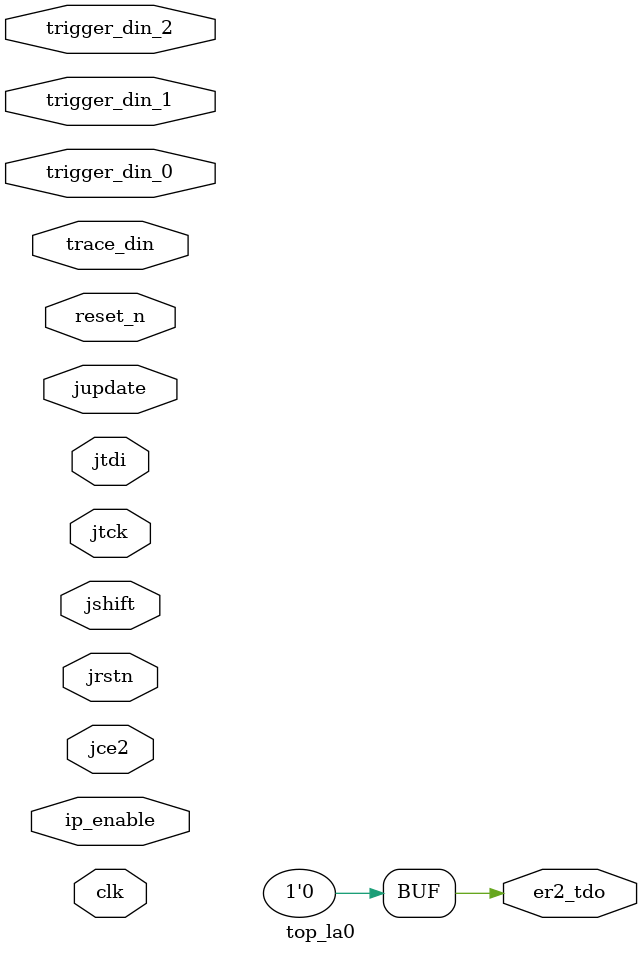
<source format=v>

/* WARNING - Changes to this file should be performed by re-running IPexpress
or modifying the .LPC file and regenerating the core.  Other changes may lead
to inconsistent simulation and/or implemenation results */

module top_la0 (
    clk,
    reset_n,
    jtck,
    jrstn,
    jce2,
    jtdi,
    er2_tdo,
    jshift,
    jupdate,
    trigger_din_0,
    trigger_din_1,
    trigger_din_2,
    trace_din,
    ip_enable
);

// PARAMETERS DEFINED BY USER
localparam NUM_TRACE_SIGNALS   = 28;
localparam NUM_TRIGGER_SIGNALS = 3;
localparam INCLUDE_TRIG_DATA   = 0;
localparam NUM_TU_BITS_0       = 1;
localparam NUM_TU_BITS_1       = 1;
localparam NUM_TU_BITS_2       = 1;

input  clk;
input  reset_n;
input  jtck;
input  jrstn;
input  jce2;
input  jtdi;
output er2_tdo;
input  jshift;
input  jupdate;
input  [NUM_TU_BITS_0 -1:0] trigger_din_0;
input  [NUM_TU_BITS_1 -1:0] trigger_din_1;
input  [NUM_TU_BITS_2 -1:0] trigger_din_2;
input  [NUM_TRACE_SIGNALS + (NUM_TRIGGER_SIGNALS * INCLUDE_TRIG_DATA) -1:0] trace_din;
input  ip_enable;

assign er2_tdo = 1'b0;

endmodule

</source>
